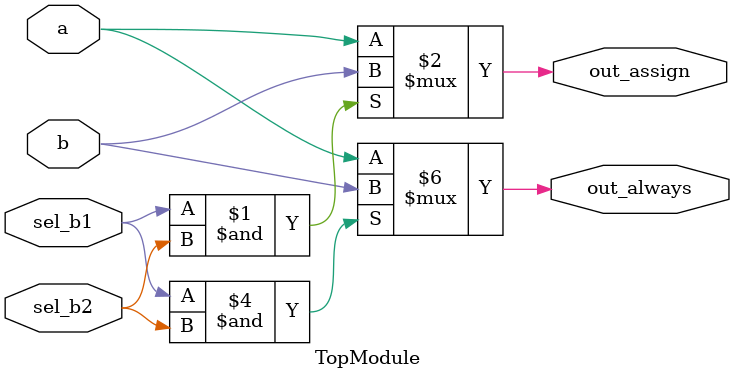
<source format=sv>

module TopModule (
  input a,
  input b,
  input sel_b1,
  input sel_b2,
  output out_assign,
  output reg out_always
);
assign out_assign = (sel_b1 & sel_b2) ? b : a;

always @(*) begin
    if (sel_b1 & sel_b2)
        out_always = b;
    else
        out_always = a;
end

endmodule

</source>
